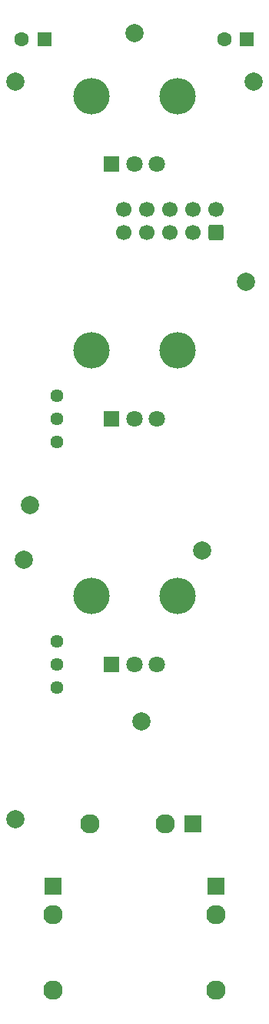
<source format=gts>
G04 #@! TF.GenerationSoftware,KiCad,Pcbnew,8.0.5*
G04 #@! TF.CreationDate,2024-11-24T11:29:42+01:00*
G04 #@! TF.ProjectId,wavefolder,77617665-666f-46c6-9465-722e6b696361,rev?*
G04 #@! TF.SameCoordinates,Original*
G04 #@! TF.FileFunction,Soldermask,Top*
G04 #@! TF.FilePolarity,Negative*
%FSLAX46Y46*%
G04 Gerber Fmt 4.6, Leading zero omitted, Abs format (unit mm)*
G04 Created by KiCad (PCBNEW 8.0.5) date 2024-11-24 11:29:42*
%MOMM*%
%LPD*%
G01*
G04 APERTURE LIST*
G04 Aperture macros list*
%AMRoundRect*
0 Rectangle with rounded corners*
0 $1 Rounding radius*
0 $2 $3 $4 $5 $6 $7 $8 $9 X,Y pos of 4 corners*
0 Add a 4 corners polygon primitive as box body*
4,1,4,$2,$3,$4,$5,$6,$7,$8,$9,$2,$3,0*
0 Add four circle primitives for the rounded corners*
1,1,$1+$1,$2,$3*
1,1,$1+$1,$4,$5*
1,1,$1+$1,$6,$7*
1,1,$1+$1,$8,$9*
0 Add four rect primitives between the rounded corners*
20,1,$1+$1,$2,$3,$4,$5,0*
20,1,$1+$1,$4,$5,$6,$7,0*
20,1,$1+$1,$6,$7,$8,$9,0*
20,1,$1+$1,$8,$9,$2,$3,0*%
G04 Aperture macros list end*
%ADD10R,1.930000X1.830000*%
%ADD11C,2.130000*%
%ADD12R,1.830000X1.930000*%
%ADD13O,4.000000X4.000000*%
%ADD14R,1.800000X1.800000*%
%ADD15C,1.800000*%
%ADD16C,1.440000*%
%ADD17RoundRect,0.250000X0.600000X-0.600000X0.600000X0.600000X-0.600000X0.600000X-0.600000X-0.600000X0*%
%ADD18C,1.700000*%
%ADD19C,2.000000*%
%ADD20R,1.600000X1.600000*%
%ADD21C,1.600000*%
G04 APERTURE END LIST*
D10*
X56000000Y-146900000D03*
D11*
X56000000Y-158300000D03*
X56000000Y-150000000D03*
D12*
X71480000Y-140000000D03*
D11*
X60080000Y-140000000D03*
X68380000Y-140000000D03*
D10*
X74000000Y-146900000D03*
D11*
X74000000Y-158300000D03*
X74000000Y-150000000D03*
D13*
X60250000Y-115000000D03*
X69750000Y-115000000D03*
D14*
X62500000Y-122500000D03*
D15*
X65000000Y-122500000D03*
X67500000Y-122500000D03*
D16*
X56500000Y-119950000D03*
X56500000Y-122490000D03*
X56500000Y-125030000D03*
D13*
X60250000Y-88000000D03*
X69750000Y-88000000D03*
D14*
X62500000Y-95500000D03*
D15*
X65000000Y-95500000D03*
X67500000Y-95500000D03*
D16*
X56500000Y-92960000D03*
X56500000Y-95500000D03*
X56500000Y-98040000D03*
D13*
X60250000Y-60000000D03*
X69750000Y-60000000D03*
D14*
X62500000Y-67500000D03*
D15*
X65000000Y-67500000D03*
X67500000Y-67500000D03*
D17*
X74000000Y-75000000D03*
D18*
X74000000Y-72460000D03*
X71460000Y-75000000D03*
X71460000Y-72460000D03*
X68920000Y-75000000D03*
X68920000Y-72460000D03*
X66380000Y-75000000D03*
X66380000Y-72460000D03*
X63840000Y-75000000D03*
X63840000Y-72460000D03*
D19*
X77250000Y-80400000D03*
X51900000Y-139500000D03*
D20*
X77382380Y-53800000D03*
D21*
X74882380Y-53800000D03*
D19*
X51900000Y-58400000D03*
X72500000Y-110000000D03*
D20*
X55100000Y-53800000D03*
D21*
X52600000Y-53800000D03*
D19*
X78100000Y-58400000D03*
X53500000Y-105000000D03*
X65000000Y-53100000D03*
X52800000Y-111000000D03*
X65750000Y-128750000D03*
M02*

</source>
